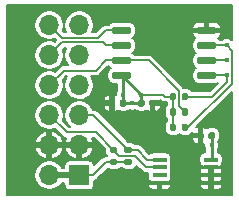
<source format=gbr>
G04 #@! TF.GenerationSoftware,KiCad,Pcbnew,5.1.9+dfsg1-1~bpo10+1*
G04 #@! TF.CreationDate,2022-11-27T17:15:41+01:00*
G04 #@! TF.ProjectId,FLASHTEMP,464c4153-4854-4454-9d50-2e6b69636164,rev?*
G04 #@! TF.SameCoordinates,Original*
G04 #@! TF.FileFunction,Copper,L1,Top*
G04 #@! TF.FilePolarity,Positive*
%FSLAX46Y46*%
G04 Gerber Fmt 4.6, Leading zero omitted, Abs format (unit mm)*
G04 Created by KiCad (PCBNEW 5.1.9+dfsg1-1~bpo10+1) date 2022-11-27 17:15:41*
%MOMM*%
%LPD*%
G01*
G04 APERTURE LIST*
G04 #@! TA.AperFunction,SMDPad,CuDef*
%ADD10R,1.150000X0.400000*%
G04 #@! TD*
G04 #@! TA.AperFunction,ComponentPad*
%ADD11R,1.700000X1.700000*%
G04 #@! TD*
G04 #@! TA.AperFunction,ComponentPad*
%ADD12O,1.700000X1.700000*%
G04 #@! TD*
G04 #@! TA.AperFunction,ViaPad*
%ADD13C,0.450000*%
G04 #@! TD*
G04 #@! TA.AperFunction,Conductor*
%ADD14C,0.152400*%
G04 #@! TD*
G04 #@! TA.AperFunction,Conductor*
%ADD15C,0.300000*%
G04 #@! TD*
G04 #@! TA.AperFunction,Conductor*
%ADD16C,0.200000*%
G04 #@! TD*
G04 #@! TA.AperFunction,Conductor*
%ADD17C,0.250000*%
G04 #@! TD*
G04 #@! TA.AperFunction,Conductor*
%ADD18C,0.500000*%
G04 #@! TD*
G04 #@! TA.AperFunction,Conductor*
%ADD19C,0.100000*%
G04 #@! TD*
G04 APERTURE END LIST*
G04 #@! TA.AperFunction,SMDPad,CuDef*
G36*
G01*
X105655000Y-47755000D02*
X105655000Y-48055000D01*
G75*
G02*
X105505000Y-48205000I-150000J0D01*
G01*
X104205000Y-48205000D01*
G75*
G02*
X104055000Y-48055000I0J150000D01*
G01*
X104055000Y-47755000D01*
G75*
G02*
X104205000Y-47605000I150000J0D01*
G01*
X105505000Y-47605000D01*
G75*
G02*
X105655000Y-47755000I0J-150000D01*
G01*
G37*
G04 #@! TD.AperFunction*
G04 #@! TA.AperFunction,SMDPad,CuDef*
G36*
G01*
X105655000Y-46485000D02*
X105655000Y-46785000D01*
G75*
G02*
X105505000Y-46935000I-150000J0D01*
G01*
X104205000Y-46935000D01*
G75*
G02*
X104055000Y-46785000I0J150000D01*
G01*
X104055000Y-46485000D01*
G75*
G02*
X104205000Y-46335000I150000J0D01*
G01*
X105505000Y-46335000D01*
G75*
G02*
X105655000Y-46485000I0J-150000D01*
G01*
G37*
G04 #@! TD.AperFunction*
G04 #@! TA.AperFunction,SMDPad,CuDef*
G36*
G01*
X105655000Y-45215000D02*
X105655000Y-45515000D01*
G75*
G02*
X105505000Y-45665000I-150000J0D01*
G01*
X104205000Y-45665000D01*
G75*
G02*
X104055000Y-45515000I0J150000D01*
G01*
X104055000Y-45215000D01*
G75*
G02*
X104205000Y-45065000I150000J0D01*
G01*
X105505000Y-45065000D01*
G75*
G02*
X105655000Y-45215000I0J-150000D01*
G01*
G37*
G04 #@! TD.AperFunction*
G04 #@! TA.AperFunction,SMDPad,CuDef*
G36*
G01*
X105655000Y-43945000D02*
X105655000Y-44245000D01*
G75*
G02*
X105505000Y-44395000I-150000J0D01*
G01*
X104205000Y-44395000D01*
G75*
G02*
X104055000Y-44245000I0J150000D01*
G01*
X104055000Y-43945000D01*
G75*
G02*
X104205000Y-43795000I150000J0D01*
G01*
X105505000Y-43795000D01*
G75*
G02*
X105655000Y-43945000I0J-150000D01*
G01*
G37*
G04 #@! TD.AperFunction*
G04 #@! TA.AperFunction,SMDPad,CuDef*
G36*
G01*
X112855000Y-43945000D02*
X112855000Y-44245000D01*
G75*
G02*
X112705000Y-44395000I-150000J0D01*
G01*
X111405000Y-44395000D01*
G75*
G02*
X111255000Y-44245000I0J150000D01*
G01*
X111255000Y-43945000D01*
G75*
G02*
X111405000Y-43795000I150000J0D01*
G01*
X112705000Y-43795000D01*
G75*
G02*
X112855000Y-43945000I0J-150000D01*
G01*
G37*
G04 #@! TD.AperFunction*
G04 #@! TA.AperFunction,SMDPad,CuDef*
G36*
G01*
X112855000Y-45215000D02*
X112855000Y-45515000D01*
G75*
G02*
X112705000Y-45665000I-150000J0D01*
G01*
X111405000Y-45665000D01*
G75*
G02*
X111255000Y-45515000I0J150000D01*
G01*
X111255000Y-45215000D01*
G75*
G02*
X111405000Y-45065000I150000J0D01*
G01*
X112705000Y-45065000D01*
G75*
G02*
X112855000Y-45215000I0J-150000D01*
G01*
G37*
G04 #@! TD.AperFunction*
G04 #@! TA.AperFunction,SMDPad,CuDef*
G36*
G01*
X112855000Y-46485000D02*
X112855000Y-46785000D01*
G75*
G02*
X112705000Y-46935000I-150000J0D01*
G01*
X111405000Y-46935000D01*
G75*
G02*
X111255000Y-46785000I0J150000D01*
G01*
X111255000Y-46485000D01*
G75*
G02*
X111405000Y-46335000I150000J0D01*
G01*
X112705000Y-46335000D01*
G75*
G02*
X112855000Y-46485000I0J-150000D01*
G01*
G37*
G04 #@! TD.AperFunction*
G04 #@! TA.AperFunction,SMDPad,CuDef*
G36*
G01*
X112855000Y-47755000D02*
X112855000Y-48055000D01*
G75*
G02*
X112705000Y-48205000I-150000J0D01*
G01*
X111405000Y-48205000D01*
G75*
G02*
X111255000Y-48055000I0J150000D01*
G01*
X111255000Y-47755000D01*
G75*
G02*
X111405000Y-47605000I150000J0D01*
G01*
X112705000Y-47605000D01*
G75*
G02*
X112855000Y-47755000I0J-150000D01*
G01*
G37*
G04 #@! TD.AperFunction*
G04 #@! TA.AperFunction,SMDPad,CuDef*
G36*
G01*
X109460000Y-50815000D02*
X109460000Y-51185000D01*
G75*
G02*
X109325000Y-51320000I-135000J0D01*
G01*
X109055000Y-51320000D01*
G75*
G02*
X108920000Y-51185000I0J135000D01*
G01*
X108920000Y-50815000D01*
G75*
G02*
X109055000Y-50680000I135000J0D01*
G01*
X109325000Y-50680000D01*
G75*
G02*
X109460000Y-50815000I0J-135000D01*
G01*
G37*
G04 #@! TD.AperFunction*
G04 #@! TA.AperFunction,SMDPad,CuDef*
G36*
G01*
X110480000Y-50815000D02*
X110480000Y-51185000D01*
G75*
G02*
X110345000Y-51320000I-135000J0D01*
G01*
X110075000Y-51320000D01*
G75*
G02*
X109940000Y-51185000I0J135000D01*
G01*
X109940000Y-50815000D01*
G75*
G02*
X110075000Y-50680000I135000J0D01*
G01*
X110345000Y-50680000D01*
G75*
G02*
X110480000Y-50815000I0J-135000D01*
G01*
G37*
G04 #@! TD.AperFunction*
G04 #@! TA.AperFunction,SMDPad,CuDef*
G36*
G01*
X109460000Y-52115000D02*
X109460000Y-52485000D01*
G75*
G02*
X109325000Y-52620000I-135000J0D01*
G01*
X109055000Y-52620000D01*
G75*
G02*
X108920000Y-52485000I0J135000D01*
G01*
X108920000Y-52115000D01*
G75*
G02*
X109055000Y-51980000I135000J0D01*
G01*
X109325000Y-51980000D01*
G75*
G02*
X109460000Y-52115000I0J-135000D01*
G01*
G37*
G04 #@! TD.AperFunction*
G04 #@! TA.AperFunction,SMDPad,CuDef*
G36*
G01*
X110480000Y-52115000D02*
X110480000Y-52485000D01*
G75*
G02*
X110345000Y-52620000I-135000J0D01*
G01*
X110075000Y-52620000D01*
G75*
G02*
X109940000Y-52485000I0J135000D01*
G01*
X109940000Y-52115000D01*
G75*
G02*
X110075000Y-51980000I135000J0D01*
G01*
X110345000Y-51980000D01*
G75*
G02*
X110480000Y-52115000I0J-135000D01*
G01*
G37*
G04 #@! TD.AperFunction*
G04 #@! TA.AperFunction,SMDPad,CuDef*
G36*
G01*
X109460000Y-49515000D02*
X109460000Y-49885000D01*
G75*
G02*
X109325000Y-50020000I-135000J0D01*
G01*
X109055000Y-50020000D01*
G75*
G02*
X108920000Y-49885000I0J135000D01*
G01*
X108920000Y-49515000D01*
G75*
G02*
X109055000Y-49380000I135000J0D01*
G01*
X109325000Y-49380000D01*
G75*
G02*
X109460000Y-49515000I0J-135000D01*
G01*
G37*
G04 #@! TD.AperFunction*
G04 #@! TA.AperFunction,SMDPad,CuDef*
G36*
G01*
X110480000Y-49515000D02*
X110480000Y-49885000D01*
G75*
G02*
X110345000Y-50020000I-135000J0D01*
G01*
X110075000Y-50020000D01*
G75*
G02*
X109940000Y-49885000I0J135000D01*
G01*
X109940000Y-49515000D01*
G75*
G02*
X110075000Y-49380000I135000J0D01*
G01*
X110345000Y-49380000D01*
G75*
G02*
X110480000Y-49515000I0J-135000D01*
G01*
G37*
G04 #@! TD.AperFunction*
D10*
X112425000Y-55025000D03*
X112425000Y-55675000D03*
X112425000Y-56325000D03*
X112425000Y-56975000D03*
X108075000Y-56975000D03*
X108075000Y-56325000D03*
X108075000Y-55675000D03*
X108075000Y-55025000D03*
G04 #@! TA.AperFunction,SMDPad,CuDef*
G36*
G01*
X107200000Y-50420000D02*
X107200000Y-50080000D01*
G75*
G02*
X107340000Y-49940000I140000J0D01*
G01*
X107620000Y-49940000D01*
G75*
G02*
X107760000Y-50080000I0J-140000D01*
G01*
X107760000Y-50420000D01*
G75*
G02*
X107620000Y-50560000I-140000J0D01*
G01*
X107340000Y-50560000D01*
G75*
G02*
X107200000Y-50420000I0J140000D01*
G01*
G37*
G04 #@! TD.AperFunction*
G04 #@! TA.AperFunction,SMDPad,CuDef*
G36*
G01*
X106240000Y-50420000D02*
X106240000Y-50080000D01*
G75*
G02*
X106380000Y-49940000I140000J0D01*
G01*
X106660000Y-49940000D01*
G75*
G02*
X106800000Y-50080000I0J-140000D01*
G01*
X106800000Y-50420000D01*
G75*
G02*
X106660000Y-50560000I-140000J0D01*
G01*
X106380000Y-50560000D01*
G75*
G02*
X106240000Y-50420000I0J140000D01*
G01*
G37*
G04 #@! TD.AperFunction*
G04 #@! TA.AperFunction,SMDPad,CuDef*
G36*
G01*
X104300000Y-50080000D02*
X104300000Y-50420000D01*
G75*
G02*
X104160000Y-50560000I-140000J0D01*
G01*
X103880000Y-50560000D01*
G75*
G02*
X103740000Y-50420000I0J140000D01*
G01*
X103740000Y-50080000D01*
G75*
G02*
X103880000Y-49940000I140000J0D01*
G01*
X104160000Y-49940000D01*
G75*
G02*
X104300000Y-50080000I0J-140000D01*
G01*
G37*
G04 #@! TD.AperFunction*
G04 #@! TA.AperFunction,SMDPad,CuDef*
G36*
G01*
X105260000Y-50080000D02*
X105260000Y-50420000D01*
G75*
G02*
X105120000Y-50560000I-140000J0D01*
G01*
X104840000Y-50560000D01*
G75*
G02*
X104700000Y-50420000I0J140000D01*
G01*
X104700000Y-50080000D01*
G75*
G02*
X104840000Y-49940000I140000J0D01*
G01*
X105120000Y-49940000D01*
G75*
G02*
X105260000Y-50080000I0J-140000D01*
G01*
G37*
G04 #@! TD.AperFunction*
G04 #@! TA.AperFunction,SMDPad,CuDef*
G36*
G01*
X103981000Y-54961000D02*
X104351000Y-54961000D01*
G75*
G02*
X104486000Y-55096000I0J-135000D01*
G01*
X104486000Y-55366000D01*
G75*
G02*
X104351000Y-55501000I-135000J0D01*
G01*
X103981000Y-55501000D01*
G75*
G02*
X103846000Y-55366000I0J135000D01*
G01*
X103846000Y-55096000D01*
G75*
G02*
X103981000Y-54961000I135000J0D01*
G01*
G37*
G04 #@! TD.AperFunction*
G04 #@! TA.AperFunction,SMDPad,CuDef*
G36*
G01*
X103981000Y-53941000D02*
X104351000Y-53941000D01*
G75*
G02*
X104486000Y-54076000I0J-135000D01*
G01*
X104486000Y-54346000D01*
G75*
G02*
X104351000Y-54481000I-135000J0D01*
G01*
X103981000Y-54481000D01*
G75*
G02*
X103846000Y-54346000I0J135000D01*
G01*
X103846000Y-54076000D01*
G75*
G02*
X103981000Y-53941000I135000J0D01*
G01*
G37*
G04 #@! TD.AperFunction*
G04 #@! TA.AperFunction,SMDPad,CuDef*
G36*
G01*
X105231000Y-54961000D02*
X105601000Y-54961000D01*
G75*
G02*
X105736000Y-55096000I0J-135000D01*
G01*
X105736000Y-55366000D01*
G75*
G02*
X105601000Y-55501000I-135000J0D01*
G01*
X105231000Y-55501000D01*
G75*
G02*
X105096000Y-55366000I0J135000D01*
G01*
X105096000Y-55096000D01*
G75*
G02*
X105231000Y-54961000I135000J0D01*
G01*
G37*
G04 #@! TD.AperFunction*
G04 #@! TA.AperFunction,SMDPad,CuDef*
G36*
G01*
X105231000Y-53941000D02*
X105601000Y-53941000D01*
G75*
G02*
X105736000Y-54076000I0J-135000D01*
G01*
X105736000Y-54346000D01*
G75*
G02*
X105601000Y-54481000I-135000J0D01*
G01*
X105231000Y-54481000D01*
G75*
G02*
X105096000Y-54346000I0J135000D01*
G01*
X105096000Y-54076000D01*
G75*
G02*
X105231000Y-53941000I135000J0D01*
G01*
G37*
G04 #@! TD.AperFunction*
G04 #@! TA.AperFunction,SMDPad,CuDef*
G36*
G01*
X111800000Y-52830000D02*
X111800000Y-53170000D01*
G75*
G02*
X111660000Y-53310000I-140000J0D01*
G01*
X111380000Y-53310000D01*
G75*
G02*
X111240000Y-53170000I0J140000D01*
G01*
X111240000Y-52830000D01*
G75*
G02*
X111380000Y-52690000I140000J0D01*
G01*
X111660000Y-52690000D01*
G75*
G02*
X111800000Y-52830000I0J-140000D01*
G01*
G37*
G04 #@! TD.AperFunction*
G04 #@! TA.AperFunction,SMDPad,CuDef*
G36*
G01*
X112760000Y-52830000D02*
X112760000Y-53170000D01*
G75*
G02*
X112620000Y-53310000I-140000J0D01*
G01*
X112340000Y-53310000D01*
G75*
G02*
X112200000Y-53170000I0J140000D01*
G01*
X112200000Y-52830000D01*
G75*
G02*
X112340000Y-52690000I140000J0D01*
G01*
X112620000Y-52690000D01*
G75*
G02*
X112760000Y-52830000I0J-140000D01*
G01*
G37*
G04 #@! TD.AperFunction*
D11*
X101270000Y-56350000D03*
D12*
X98730000Y-56350000D03*
X101270000Y-53810000D03*
X98730000Y-53810000D03*
X101270000Y-51270000D03*
X98730000Y-51270000D03*
X101270000Y-48730000D03*
X98730000Y-48730000D03*
X101270000Y-46190000D03*
X98730000Y-46190000D03*
X101270000Y-43650000D03*
X98730000Y-43650000D03*
D13*
X111275000Y-56975000D03*
X111520000Y-53820000D03*
X108075000Y-57725000D03*
X113750000Y-44095000D03*
X105750000Y-50250000D03*
X106520000Y-49520000D03*
X104980000Y-49520000D03*
X112480000Y-53820000D03*
X113750000Y-45365000D03*
X113750000Y-46635000D03*
X113750000Y-47905000D03*
D14*
X112425000Y-56975000D02*
X112425000Y-56325000D01*
X112425000Y-56325000D02*
X112425000Y-55675000D01*
X112425000Y-56975000D02*
X111275000Y-56975000D01*
D15*
X108075000Y-57725000D02*
X108075000Y-56975000D01*
X111520000Y-53820000D02*
X111520000Y-53000000D01*
D14*
X113750000Y-44095000D02*
X112055000Y-44095000D01*
D16*
X104166000Y-55231000D02*
X105416000Y-55231000D01*
D17*
X104980000Y-50250000D02*
X104980000Y-49520000D01*
X104980000Y-50250000D02*
X105750000Y-50250000D01*
D16*
X104166000Y-55231000D02*
X103519000Y-55231000D01*
X102400000Y-56350000D02*
X101270000Y-56350000D01*
X103519000Y-55231000D02*
X102400000Y-56350000D01*
D18*
X101270000Y-56350000D02*
X98730000Y-56350000D01*
D17*
X105750000Y-50250000D02*
X106520000Y-50250000D01*
D14*
X104980000Y-49520000D02*
X104980000Y-49520000D01*
D17*
X106520000Y-50250000D02*
X106520000Y-49520000D01*
D14*
X112480000Y-54970000D02*
X112425000Y-55025000D01*
D17*
X112480000Y-53000000D02*
X112480000Y-53820000D01*
X112480000Y-53820000D02*
X112480000Y-54970000D01*
X104980000Y-49520000D02*
X104980000Y-47905000D01*
D14*
X104980000Y-47980000D02*
X104980000Y-47905000D01*
D17*
X106520000Y-49520000D02*
X104980000Y-47980000D01*
D14*
X109190000Y-52300000D02*
X109190000Y-51000000D01*
X109190000Y-51000000D02*
X109190000Y-49700000D01*
X106520000Y-49520000D02*
X108320000Y-49520000D01*
X108500000Y-49700000D02*
X109190000Y-49700000D01*
X108320000Y-49520000D02*
X108500000Y-49700000D01*
X102475000Y-51270000D02*
X101270000Y-51270000D01*
X105416000Y-54211000D02*
X102475000Y-51270000D01*
X105416000Y-54211000D02*
X106211000Y-54211000D01*
X107025000Y-55025000D02*
X108075000Y-55025000D01*
X106211000Y-54211000D02*
X107025000Y-55025000D01*
X100191399Y-52731399D02*
X98730000Y-51270000D01*
X104166000Y-54211000D02*
X102686399Y-52731399D01*
X102686399Y-52731399D02*
X100191399Y-52731399D01*
X104664610Y-54709610D02*
X105959610Y-54709610D01*
X104166000Y-54211000D02*
X104664610Y-54709610D01*
X106925000Y-55675000D02*
X108075000Y-55675000D01*
X105959610Y-54709610D02*
X106925000Y-55675000D01*
X104855000Y-46635000D02*
X103535000Y-46635000D01*
X103535000Y-46635000D02*
X102670000Y-47500000D01*
X99960000Y-47500000D02*
X98730000Y-48730000D01*
X102670000Y-47500000D02*
X99960000Y-47500000D01*
X109688610Y-50478610D02*
X109688610Y-49188610D01*
X110210000Y-51000000D02*
X109688610Y-50478610D01*
X107135000Y-46635000D02*
X104855000Y-46635000D01*
X109688610Y-49188610D02*
X107135000Y-46635000D01*
X104855000Y-45365000D02*
X103535000Y-45365000D01*
X99808601Y-45111399D02*
X98730000Y-46190000D01*
X103535000Y-45365000D02*
X103281399Y-45111399D01*
X103281399Y-45111399D02*
X99808601Y-45111399D01*
X104855000Y-44095000D02*
X103505000Y-44095000D01*
X99808601Y-44728601D02*
X98730000Y-43650000D01*
X103505000Y-44095000D02*
X102871399Y-44728601D01*
X102871399Y-44728601D02*
X99808601Y-44728601D01*
X113750000Y-45365000D02*
X112055000Y-45365000D01*
X114203601Y-45818601D02*
X113750000Y-45365000D01*
X114203601Y-48596399D02*
X114203601Y-45818601D01*
X110210000Y-52300000D02*
X110500000Y-52300000D01*
X110500000Y-52300000D02*
X114203601Y-48596399D01*
X113750000Y-46635000D02*
X112055000Y-46635000D01*
X113750000Y-47905000D02*
X112055000Y-47905000D01*
X110210000Y-49700000D02*
X112500000Y-49700000D01*
X113750000Y-48450000D02*
X113750000Y-47905000D01*
X112500000Y-49700000D02*
X113750000Y-48450000D01*
D16*
X114191000Y-44922117D02*
X114148414Y-44879531D01*
X114046048Y-44811132D01*
X113932306Y-44764019D01*
X113811557Y-44740000D01*
X113688443Y-44740000D01*
X113567694Y-44764019D01*
X113453952Y-44811132D01*
X113351586Y-44879531D01*
X113342317Y-44888800D01*
X113147864Y-44888800D01*
X113095277Y-44824723D01*
X113018093Y-44761380D01*
X113078303Y-44729197D01*
X113139211Y-44679211D01*
X113189197Y-44618303D01*
X113226340Y-44548814D01*
X113249212Y-44473414D01*
X113256935Y-44395000D01*
X113255000Y-44345000D01*
X113155000Y-44245000D01*
X112205000Y-44245000D01*
X112205000Y-44265000D01*
X111905000Y-44265000D01*
X111905000Y-44245000D01*
X110955000Y-44245000D01*
X110855000Y-44345000D01*
X110853065Y-44395000D01*
X110860788Y-44473414D01*
X110883660Y-44548814D01*
X110920803Y-44618303D01*
X110970789Y-44679211D01*
X111031697Y-44729197D01*
X111091907Y-44761380D01*
X111014723Y-44824723D01*
X110946083Y-44908361D01*
X110895079Y-45003784D01*
X110863670Y-45107323D01*
X110853065Y-45215000D01*
X110853065Y-45515000D01*
X110863670Y-45622677D01*
X110895079Y-45726216D01*
X110946083Y-45821639D01*
X111014723Y-45905277D01*
X111098361Y-45973917D01*
X111147159Y-46000000D01*
X111098361Y-46026083D01*
X111014723Y-46094723D01*
X110946083Y-46178361D01*
X110895079Y-46273784D01*
X110863670Y-46377323D01*
X110853065Y-46485000D01*
X110853065Y-46785000D01*
X110863670Y-46892677D01*
X110895079Y-46996216D01*
X110946083Y-47091639D01*
X111014723Y-47175277D01*
X111098361Y-47243917D01*
X111147159Y-47270000D01*
X111098361Y-47296083D01*
X111014723Y-47364723D01*
X110946083Y-47448361D01*
X110895079Y-47543784D01*
X110863670Y-47647323D01*
X110853065Y-47755000D01*
X110853065Y-48055000D01*
X110863670Y-48162677D01*
X110895079Y-48266216D01*
X110946083Y-48361639D01*
X111014723Y-48445277D01*
X111098361Y-48513917D01*
X111193784Y-48564921D01*
X111297323Y-48596330D01*
X111405000Y-48606935D01*
X112705000Y-48606935D01*
X112812677Y-48596330D01*
X112916216Y-48564921D01*
X113011639Y-48513917D01*
X113017190Y-48509362D01*
X112302752Y-49223800D01*
X110795243Y-49223800D01*
X110791445Y-49216695D01*
X110724670Y-49135330D01*
X110643305Y-49068555D01*
X110550476Y-49018937D01*
X110449751Y-48988382D01*
X110345000Y-48978065D01*
X110116029Y-48978065D01*
X110086472Y-48922767D01*
X110063684Y-48895000D01*
X110041876Y-48868427D01*
X110041871Y-48868422D01*
X110026963Y-48850257D01*
X110008798Y-48835349D01*
X107488266Y-46314818D01*
X107473353Y-46296647D01*
X107400843Y-46237138D01*
X107318116Y-46192920D01*
X107228351Y-46165690D01*
X107158394Y-46158800D01*
X107158386Y-46158800D01*
X107135000Y-46156497D01*
X107111614Y-46158800D01*
X105947864Y-46158800D01*
X105895277Y-46094723D01*
X105811639Y-46026083D01*
X105762841Y-46000000D01*
X105811639Y-45973917D01*
X105895277Y-45905277D01*
X105963917Y-45821639D01*
X106014921Y-45726216D01*
X106046330Y-45622677D01*
X106056935Y-45515000D01*
X106056935Y-45215000D01*
X106046330Y-45107323D01*
X106014921Y-45003784D01*
X105963917Y-44908361D01*
X105895277Y-44824723D01*
X105811639Y-44756083D01*
X105762841Y-44730000D01*
X105811639Y-44703917D01*
X105895277Y-44635277D01*
X105963917Y-44551639D01*
X106014921Y-44456216D01*
X106046330Y-44352677D01*
X106056935Y-44245000D01*
X106056935Y-43945000D01*
X106046330Y-43837323D01*
X106033492Y-43795000D01*
X110853065Y-43795000D01*
X110855000Y-43845000D01*
X110955000Y-43945000D01*
X111905000Y-43945000D01*
X111905000Y-43495000D01*
X112205000Y-43495000D01*
X112205000Y-43945000D01*
X113155000Y-43945000D01*
X113255000Y-43845000D01*
X113256935Y-43795000D01*
X113249212Y-43716586D01*
X113226340Y-43641186D01*
X113189197Y-43571697D01*
X113139211Y-43510789D01*
X113078303Y-43460803D01*
X113008814Y-43423660D01*
X112933414Y-43400788D01*
X112855000Y-43393065D01*
X112305000Y-43395000D01*
X112205000Y-43495000D01*
X111905000Y-43495000D01*
X111805000Y-43395000D01*
X111255000Y-43393065D01*
X111176586Y-43400788D01*
X111101186Y-43423660D01*
X111031697Y-43460803D01*
X110970789Y-43510789D01*
X110920803Y-43571697D01*
X110883660Y-43641186D01*
X110860788Y-43716586D01*
X110853065Y-43795000D01*
X106033492Y-43795000D01*
X106014921Y-43733784D01*
X105963917Y-43638361D01*
X105895277Y-43554723D01*
X105811639Y-43486083D01*
X105716216Y-43435079D01*
X105612677Y-43403670D01*
X105505000Y-43393065D01*
X104205000Y-43393065D01*
X104097323Y-43403670D01*
X103993784Y-43435079D01*
X103898361Y-43486083D01*
X103814723Y-43554723D01*
X103762136Y-43618800D01*
X103528385Y-43618800D01*
X103504999Y-43616497D01*
X103481613Y-43618800D01*
X103481606Y-43618800D01*
X103420376Y-43624830D01*
X103411648Y-43625690D01*
X103331510Y-43650000D01*
X103321884Y-43652920D01*
X103239157Y-43697138D01*
X103239155Y-43697139D01*
X103239156Y-43697139D01*
X103184817Y-43741734D01*
X103184812Y-43741739D01*
X103166647Y-43756647D01*
X103151739Y-43774812D01*
X102674151Y-44252401D01*
X102370850Y-44252401D01*
X102377735Y-44242097D01*
X102471963Y-44014611D01*
X102520000Y-43773114D01*
X102520000Y-43526886D01*
X102471963Y-43285389D01*
X102377735Y-43057903D01*
X102240938Y-42853172D01*
X102066828Y-42679062D01*
X101862097Y-42542265D01*
X101634611Y-42448037D01*
X101393114Y-42400000D01*
X101146886Y-42400000D01*
X100905389Y-42448037D01*
X100677903Y-42542265D01*
X100473172Y-42679062D01*
X100299062Y-42853172D01*
X100162265Y-43057903D01*
X100068037Y-43285389D01*
X100020000Y-43526886D01*
X100020000Y-43773114D01*
X100068037Y-44014611D01*
X100162265Y-44242097D01*
X100169150Y-44252401D01*
X100005850Y-44252401D01*
X99883957Y-44130508D01*
X99931963Y-44014611D01*
X99980000Y-43773114D01*
X99980000Y-43526886D01*
X99931963Y-43285389D01*
X99837735Y-43057903D01*
X99700938Y-42853172D01*
X99526828Y-42679062D01*
X99322097Y-42542265D01*
X99094611Y-42448037D01*
X98853114Y-42400000D01*
X98606886Y-42400000D01*
X98365389Y-42448037D01*
X98137903Y-42542265D01*
X97933172Y-42679062D01*
X97759062Y-42853172D01*
X97622265Y-43057903D01*
X97528037Y-43285389D01*
X97480000Y-43526886D01*
X97480000Y-43773114D01*
X97528037Y-44014611D01*
X97622265Y-44242097D01*
X97759062Y-44446828D01*
X97933172Y-44620938D01*
X98137903Y-44757735D01*
X98365389Y-44851963D01*
X98606886Y-44900000D01*
X98853114Y-44900000D01*
X99094611Y-44851963D01*
X99210508Y-44803957D01*
X99326551Y-44920000D01*
X99210508Y-45036043D01*
X99094611Y-44988037D01*
X98853114Y-44940000D01*
X98606886Y-44940000D01*
X98365389Y-44988037D01*
X98137903Y-45082265D01*
X97933172Y-45219062D01*
X97759062Y-45393172D01*
X97622265Y-45597903D01*
X97528037Y-45825389D01*
X97480000Y-46066886D01*
X97480000Y-46313114D01*
X97528037Y-46554611D01*
X97622265Y-46782097D01*
X97759062Y-46986828D01*
X97933172Y-47160938D01*
X98137903Y-47297735D01*
X98365389Y-47391963D01*
X98606886Y-47440000D01*
X98853114Y-47440000D01*
X99094611Y-47391963D01*
X99322097Y-47297735D01*
X99526828Y-47160938D01*
X99700938Y-46986828D01*
X99837735Y-46782097D01*
X99931963Y-46554611D01*
X99980000Y-46313114D01*
X99980000Y-46066886D01*
X99931963Y-45825389D01*
X99883957Y-45709492D01*
X100005850Y-45587599D01*
X100169150Y-45587599D01*
X100162265Y-45597903D01*
X100068037Y-45825389D01*
X100020000Y-46066886D01*
X100020000Y-46313114D01*
X100068037Y-46554611D01*
X100162265Y-46782097D01*
X100299062Y-46986828D01*
X100336034Y-47023800D01*
X99983386Y-47023800D01*
X99960000Y-47021497D01*
X99936614Y-47023800D01*
X99936606Y-47023800D01*
X99874630Y-47029904D01*
X99866648Y-47030690D01*
X99776884Y-47057920D01*
X99694157Y-47102138D01*
X99621647Y-47161647D01*
X99606734Y-47179818D01*
X99210509Y-47576043D01*
X99094611Y-47528037D01*
X98853114Y-47480000D01*
X98606886Y-47480000D01*
X98365389Y-47528037D01*
X98137903Y-47622265D01*
X97933172Y-47759062D01*
X97759062Y-47933172D01*
X97622265Y-48137903D01*
X97528037Y-48365389D01*
X97480000Y-48606886D01*
X97480000Y-48853114D01*
X97528037Y-49094611D01*
X97622265Y-49322097D01*
X97759062Y-49526828D01*
X97933172Y-49700938D01*
X98137903Y-49837735D01*
X98365389Y-49931963D01*
X98606886Y-49980000D01*
X98853114Y-49980000D01*
X99094611Y-49931963D01*
X99322097Y-49837735D01*
X99526828Y-49700938D01*
X99700938Y-49526828D01*
X99837735Y-49322097D01*
X99931963Y-49094611D01*
X99980000Y-48853114D01*
X99980000Y-48606886D01*
X99931963Y-48365389D01*
X99883957Y-48249491D01*
X100157248Y-47976200D01*
X100270312Y-47976200D01*
X100162265Y-48137903D01*
X100068037Y-48365389D01*
X100020000Y-48606886D01*
X100020000Y-48853114D01*
X100068037Y-49094611D01*
X100162265Y-49322097D01*
X100299062Y-49526828D01*
X100473172Y-49700938D01*
X100677903Y-49837735D01*
X100905389Y-49931963D01*
X101146886Y-49980000D01*
X101393114Y-49980000D01*
X101594206Y-49940000D01*
X103338065Y-49940000D01*
X103340000Y-50000000D01*
X103440000Y-50100000D01*
X103870000Y-50100000D01*
X103870000Y-49640000D01*
X103770000Y-49540000D01*
X103740000Y-49538065D01*
X103661586Y-49545788D01*
X103586186Y-49568660D01*
X103516697Y-49605803D01*
X103455789Y-49655789D01*
X103405803Y-49716697D01*
X103368660Y-49786186D01*
X103345788Y-49861586D01*
X103338065Y-49940000D01*
X101594206Y-49940000D01*
X101634611Y-49931963D01*
X101862097Y-49837735D01*
X102066828Y-49700938D01*
X102240938Y-49526828D01*
X102377735Y-49322097D01*
X102471963Y-49094611D01*
X102520000Y-48853114D01*
X102520000Y-48606886D01*
X102471963Y-48365389D01*
X102377735Y-48137903D01*
X102269688Y-47976200D01*
X102646614Y-47976200D01*
X102670000Y-47978503D01*
X102693386Y-47976200D01*
X102693394Y-47976200D01*
X102763351Y-47969310D01*
X102853116Y-47942080D01*
X102935843Y-47897862D01*
X103008353Y-47838353D01*
X103023266Y-47820182D01*
X103732249Y-47111200D01*
X103762136Y-47111200D01*
X103814723Y-47175277D01*
X103898361Y-47243917D01*
X103947159Y-47270000D01*
X103898361Y-47296083D01*
X103814723Y-47364723D01*
X103746083Y-47448361D01*
X103695079Y-47543784D01*
X103663670Y-47647323D01*
X103653065Y-47755000D01*
X103653065Y-48055000D01*
X103663670Y-48162677D01*
X103695079Y-48266216D01*
X103746083Y-48361639D01*
X103814723Y-48445277D01*
X103898361Y-48513917D01*
X103993784Y-48564921D01*
X104097323Y-48596330D01*
X104205000Y-48606935D01*
X104455001Y-48606935D01*
X104455000Y-49180748D01*
X104426132Y-49223952D01*
X104379019Y-49337694D01*
X104355000Y-49458443D01*
X104355000Y-49543482D01*
X104300000Y-49538065D01*
X104270000Y-49540000D01*
X104170000Y-49640000D01*
X104170000Y-50100000D01*
X104190000Y-50100000D01*
X104190000Y-50400000D01*
X104170000Y-50400000D01*
X104170000Y-50860000D01*
X104270000Y-50960000D01*
X104300000Y-50961935D01*
X104378414Y-50954212D01*
X104453814Y-50931340D01*
X104523303Y-50894197D01*
X104546872Y-50874854D01*
X104632610Y-50920683D01*
X104734274Y-50951522D01*
X104840000Y-50961935D01*
X105120000Y-50961935D01*
X105225726Y-50951522D01*
X105327390Y-50920683D01*
X105421083Y-50870602D01*
X105486149Y-50817204D01*
X105567694Y-50850981D01*
X105688443Y-50875000D01*
X105811557Y-50875000D01*
X105932306Y-50850981D01*
X106013851Y-50817204D01*
X106078917Y-50870602D01*
X106172610Y-50920683D01*
X106274274Y-50951522D01*
X106380000Y-50961935D01*
X106660000Y-50961935D01*
X106765726Y-50951522D01*
X106867390Y-50920683D01*
X106953128Y-50874854D01*
X106976697Y-50894197D01*
X107046186Y-50931340D01*
X107121586Y-50954212D01*
X107200000Y-50961935D01*
X107230000Y-50960000D01*
X107330000Y-50860000D01*
X107330000Y-50400000D01*
X107630000Y-50400000D01*
X107630000Y-50860000D01*
X107730000Y-50960000D01*
X107760000Y-50961935D01*
X107838414Y-50954212D01*
X107913814Y-50931340D01*
X107983303Y-50894197D01*
X108044211Y-50844211D01*
X108094197Y-50783303D01*
X108131340Y-50713814D01*
X108154212Y-50638414D01*
X108161935Y-50560000D01*
X108160000Y-50500000D01*
X108060000Y-50400000D01*
X107630000Y-50400000D01*
X107330000Y-50400000D01*
X107310000Y-50400000D01*
X107310000Y-50100000D01*
X107330000Y-50100000D01*
X107330000Y-50080000D01*
X107630000Y-50080000D01*
X107630000Y-50100000D01*
X108060000Y-50100000D01*
X108143276Y-50016724D01*
X108146730Y-50020178D01*
X108161647Y-50038353D01*
X108234157Y-50097862D01*
X108316884Y-50142080D01*
X108406649Y-50169310D01*
X108476606Y-50176200D01*
X108476616Y-50176200D01*
X108499999Y-50178503D01*
X108523383Y-50176200D01*
X108604757Y-50176200D01*
X108608555Y-50183305D01*
X108675330Y-50264670D01*
X108713801Y-50296242D01*
X108713800Y-50403758D01*
X108675330Y-50435330D01*
X108608555Y-50516695D01*
X108558937Y-50609524D01*
X108528382Y-50710249D01*
X108518065Y-50815000D01*
X108518065Y-51185000D01*
X108528382Y-51289751D01*
X108558937Y-51390476D01*
X108608555Y-51483305D01*
X108675330Y-51564670D01*
X108713801Y-51596242D01*
X108713800Y-51703758D01*
X108675330Y-51735330D01*
X108608555Y-51816695D01*
X108558937Y-51909524D01*
X108528382Y-52010249D01*
X108518065Y-52115000D01*
X108518065Y-52485000D01*
X108528382Y-52589751D01*
X108558937Y-52690476D01*
X108608555Y-52783305D01*
X108675330Y-52864670D01*
X108756695Y-52931445D01*
X108849524Y-52981063D01*
X108950249Y-53011618D01*
X109055000Y-53021935D01*
X109325000Y-53021935D01*
X109429751Y-53011618D01*
X109530476Y-52981063D01*
X109623305Y-52931445D01*
X109700000Y-52868503D01*
X109776695Y-52931445D01*
X109869524Y-52981063D01*
X109970249Y-53011618D01*
X110075000Y-53021935D01*
X110345000Y-53021935D01*
X110449751Y-53011618D01*
X110550476Y-52981063D01*
X110643305Y-52931445D01*
X110724670Y-52864670D01*
X110791445Y-52783305D01*
X110838250Y-52695739D01*
X110840000Y-52750000D01*
X110940000Y-52850000D01*
X111370000Y-52850000D01*
X111370000Y-52390000D01*
X111270000Y-52290000D01*
X111240000Y-52288065D01*
X111179416Y-52294032D01*
X114191000Y-49282448D01*
X114191001Y-58025000D01*
X95141000Y-58025000D01*
X95141000Y-54152283D01*
X97527777Y-54152283D01*
X97540220Y-54193325D01*
X97637864Y-54418074D01*
X97777478Y-54619455D01*
X97953697Y-54789729D01*
X98159749Y-54922353D01*
X98387716Y-55012230D01*
X98580000Y-54950974D01*
X98580000Y-53960000D01*
X98880000Y-53960000D01*
X98880000Y-54950974D01*
X99072284Y-55012230D01*
X99300251Y-54922353D01*
X99506303Y-54789729D01*
X99682522Y-54619455D01*
X99822136Y-54418074D01*
X99919780Y-54193325D01*
X99932223Y-54152283D01*
X100067777Y-54152283D01*
X100080220Y-54193325D01*
X100177864Y-54418074D01*
X100317478Y-54619455D01*
X100493697Y-54789729D01*
X100699749Y-54922353D01*
X100927716Y-55012230D01*
X101120000Y-54950974D01*
X101120000Y-53960000D01*
X101420000Y-53960000D01*
X101420000Y-54950974D01*
X101612284Y-55012230D01*
X101840251Y-54922353D01*
X102046303Y-54789729D01*
X102222522Y-54619455D01*
X102362136Y-54418074D01*
X102459780Y-54193325D01*
X102472223Y-54152283D01*
X102410175Y-53960000D01*
X101420000Y-53960000D01*
X101120000Y-53960000D01*
X100129825Y-53960000D01*
X100067777Y-54152283D01*
X99932223Y-54152283D01*
X99870175Y-53960000D01*
X98880000Y-53960000D01*
X98580000Y-53960000D01*
X97589825Y-53960000D01*
X97527777Y-54152283D01*
X95141000Y-54152283D01*
X95141000Y-53467717D01*
X97527777Y-53467717D01*
X97589825Y-53660000D01*
X98580000Y-53660000D01*
X98580000Y-52669026D01*
X98880000Y-52669026D01*
X98880000Y-53660000D01*
X99870175Y-53660000D01*
X99932223Y-53467717D01*
X99919780Y-53426675D01*
X99822136Y-53201926D01*
X99682522Y-53000545D01*
X99506303Y-52830271D01*
X99300251Y-52697647D01*
X99072284Y-52607770D01*
X98880000Y-52669026D01*
X98580000Y-52669026D01*
X98387716Y-52607770D01*
X98159749Y-52697647D01*
X97953697Y-52830271D01*
X97777478Y-53000545D01*
X97637864Y-53201926D01*
X97540220Y-53426675D01*
X97527777Y-53467717D01*
X95141000Y-53467717D01*
X95141000Y-51146886D01*
X97480000Y-51146886D01*
X97480000Y-51393114D01*
X97528037Y-51634611D01*
X97622265Y-51862097D01*
X97759062Y-52066828D01*
X97933172Y-52240938D01*
X98137903Y-52377735D01*
X98365389Y-52471963D01*
X98606886Y-52520000D01*
X98853114Y-52520000D01*
X99094611Y-52471963D01*
X99210508Y-52423957D01*
X99838138Y-53051587D01*
X99853046Y-53069752D01*
X99871211Y-53084660D01*
X99871216Y-53084665D01*
X99916272Y-53121641D01*
X99925556Y-53129261D01*
X100001774Y-53170000D01*
X100008283Y-53173479D01*
X100098047Y-53200709D01*
X100106775Y-53201569D01*
X100168005Y-53207599D01*
X100168012Y-53207599D01*
X100175096Y-53208297D01*
X100080220Y-53426675D01*
X100067777Y-53467717D01*
X100129825Y-53660000D01*
X101120000Y-53660000D01*
X101120000Y-53640000D01*
X101420000Y-53640000D01*
X101420000Y-53660000D01*
X102410175Y-53660000D01*
X102472223Y-53467717D01*
X102459780Y-53426675D01*
X102364601Y-53207599D01*
X102489151Y-53207599D01*
X103444065Y-54162514D01*
X103444065Y-54346000D01*
X103454382Y-54450751D01*
X103484937Y-54551476D01*
X103534555Y-54644305D01*
X103597497Y-54721000D01*
X103589291Y-54731000D01*
X103543560Y-54731000D01*
X103519000Y-54728581D01*
X103420982Y-54738235D01*
X103393453Y-54746586D01*
X103326733Y-54766825D01*
X103239871Y-54813254D01*
X103163736Y-54875736D01*
X103148075Y-54894819D01*
X102521935Y-55520960D01*
X102521935Y-55500000D01*
X102514212Y-55421586D01*
X102491340Y-55346186D01*
X102454197Y-55276697D01*
X102404211Y-55215789D01*
X102343303Y-55165803D01*
X102273814Y-55128660D01*
X102198414Y-55105788D01*
X102120000Y-55098065D01*
X100420000Y-55098065D01*
X100341586Y-55105788D01*
X100266186Y-55128660D01*
X100196697Y-55165803D01*
X100135789Y-55215789D01*
X100085803Y-55276697D01*
X100048660Y-55346186D01*
X100025788Y-55421586D01*
X100018065Y-55500000D01*
X100018065Y-55700000D01*
X99799045Y-55700000D01*
X99700938Y-55553172D01*
X99526828Y-55379062D01*
X99322097Y-55242265D01*
X99094611Y-55148037D01*
X98853114Y-55100000D01*
X98606886Y-55100000D01*
X98365389Y-55148037D01*
X98137903Y-55242265D01*
X97933172Y-55379062D01*
X97759062Y-55553172D01*
X97622265Y-55757903D01*
X97528037Y-55985389D01*
X97480000Y-56226886D01*
X97480000Y-56473114D01*
X97528037Y-56714611D01*
X97622265Y-56942097D01*
X97759062Y-57146828D01*
X97933172Y-57320938D01*
X98137903Y-57457735D01*
X98365389Y-57551963D01*
X98606886Y-57600000D01*
X98853114Y-57600000D01*
X99094611Y-57551963D01*
X99322097Y-57457735D01*
X99526828Y-57320938D01*
X99700938Y-57146828D01*
X99799045Y-57000000D01*
X100018065Y-57000000D01*
X100018065Y-57200000D01*
X100025788Y-57278414D01*
X100048660Y-57353814D01*
X100085803Y-57423303D01*
X100135789Y-57484211D01*
X100196697Y-57534197D01*
X100266186Y-57571340D01*
X100341586Y-57594212D01*
X100420000Y-57601935D01*
X102120000Y-57601935D01*
X102198414Y-57594212D01*
X102273814Y-57571340D01*
X102343303Y-57534197D01*
X102404211Y-57484211D01*
X102454197Y-57423303D01*
X102491340Y-57353814D01*
X102514212Y-57278414D01*
X102521935Y-57200000D01*
X102521935Y-57175000D01*
X107098065Y-57175000D01*
X107105788Y-57253414D01*
X107128660Y-57328814D01*
X107165803Y-57398303D01*
X107215789Y-57459211D01*
X107276697Y-57509197D01*
X107346186Y-57546340D01*
X107421586Y-57569212D01*
X107500000Y-57576935D01*
X107825000Y-57575000D01*
X107925000Y-57475000D01*
X107925000Y-57075000D01*
X108225000Y-57075000D01*
X108225000Y-57475000D01*
X108325000Y-57575000D01*
X108650000Y-57576935D01*
X108728414Y-57569212D01*
X108803814Y-57546340D01*
X108873303Y-57509197D01*
X108934211Y-57459211D01*
X108984197Y-57398303D01*
X109021340Y-57328814D01*
X109044212Y-57253414D01*
X109051935Y-57175000D01*
X111448065Y-57175000D01*
X111455788Y-57253414D01*
X111478660Y-57328814D01*
X111515803Y-57398303D01*
X111565789Y-57459211D01*
X111626697Y-57509197D01*
X111696186Y-57546340D01*
X111771586Y-57569212D01*
X111850000Y-57576935D01*
X112175000Y-57575000D01*
X112275000Y-57475000D01*
X112275000Y-57075000D01*
X112575000Y-57075000D01*
X112575000Y-57475000D01*
X112675000Y-57575000D01*
X113000000Y-57576935D01*
X113078414Y-57569212D01*
X113153814Y-57546340D01*
X113223303Y-57509197D01*
X113284211Y-57459211D01*
X113334197Y-57398303D01*
X113371340Y-57328814D01*
X113394212Y-57253414D01*
X113401935Y-57175000D01*
X113400000Y-57175000D01*
X113300000Y-57075000D01*
X112575000Y-57075000D01*
X112275000Y-57075000D01*
X111550000Y-57075000D01*
X111450000Y-57175000D01*
X111448065Y-57175000D01*
X109051935Y-57175000D01*
X109050000Y-57175000D01*
X108950000Y-57075000D01*
X108225000Y-57075000D01*
X107925000Y-57075000D01*
X107200000Y-57075000D01*
X107100000Y-57175000D01*
X107098065Y-57175000D01*
X102521935Y-57175000D01*
X102521935Y-56835510D01*
X102592267Y-56814175D01*
X102679129Y-56767746D01*
X102755264Y-56705264D01*
X102770929Y-56686176D01*
X103661805Y-55795301D01*
X103682695Y-55812445D01*
X103775524Y-55862063D01*
X103876249Y-55892618D01*
X103981000Y-55902935D01*
X104351000Y-55902935D01*
X104455751Y-55892618D01*
X104556476Y-55862063D01*
X104649305Y-55812445D01*
X104730670Y-55745670D01*
X104742709Y-55731000D01*
X104839291Y-55731000D01*
X104851330Y-55745670D01*
X104932695Y-55812445D01*
X105025524Y-55862063D01*
X105126249Y-55892618D01*
X105231000Y-55902935D01*
X105601000Y-55902935D01*
X105705751Y-55892618D01*
X105806476Y-55862063D01*
X105899305Y-55812445D01*
X105980670Y-55745670D01*
X106047445Y-55664305D01*
X106097063Y-55571476D01*
X106108925Y-55532373D01*
X106571734Y-55995182D01*
X106586647Y-56013353D01*
X106659157Y-56072862D01*
X106741884Y-56117080D01*
X106767993Y-56125000D01*
X106831648Y-56144310D01*
X106839630Y-56145096D01*
X106901606Y-56151200D01*
X106901614Y-56151200D01*
X106925000Y-56153503D01*
X106948386Y-56151200D01*
X107098065Y-56151200D01*
X107098065Y-56525000D01*
X107105788Y-56603414D01*
X107119919Y-56650000D01*
X107105788Y-56696586D01*
X107098065Y-56775000D01*
X107100000Y-56775000D01*
X107200000Y-56875000D01*
X107306262Y-56875000D01*
X107346186Y-56896340D01*
X107421586Y-56919212D01*
X107500000Y-56926935D01*
X108650000Y-56926935D01*
X108728414Y-56919212D01*
X108803814Y-56896340D01*
X108843738Y-56875000D01*
X108950000Y-56875000D01*
X109050000Y-56775000D01*
X109051935Y-56775000D01*
X109044212Y-56696586D01*
X109030081Y-56650000D01*
X109044212Y-56603414D01*
X109051935Y-56525000D01*
X111448065Y-56525000D01*
X111455788Y-56603414D01*
X111469919Y-56650000D01*
X111455788Y-56696586D01*
X111448065Y-56775000D01*
X111450000Y-56775000D01*
X111550000Y-56875000D01*
X111656262Y-56875000D01*
X111696186Y-56896340D01*
X111771586Y-56919212D01*
X111850000Y-56926935D01*
X112175000Y-56925000D01*
X112225000Y-56875000D01*
X112275000Y-56875000D01*
X112275000Y-56425000D01*
X112575000Y-56425000D01*
X112575000Y-56875000D01*
X112625000Y-56875000D01*
X112675000Y-56925000D01*
X113000000Y-56926935D01*
X113078414Y-56919212D01*
X113153814Y-56896340D01*
X113193738Y-56875000D01*
X113300000Y-56875000D01*
X113400000Y-56775000D01*
X113401935Y-56775000D01*
X113394212Y-56696586D01*
X113380081Y-56650000D01*
X113394212Y-56603414D01*
X113401935Y-56525000D01*
X113400000Y-56525000D01*
X113300000Y-56425000D01*
X113193738Y-56425000D01*
X113153814Y-56403660D01*
X113078414Y-56380788D01*
X113000000Y-56373065D01*
X112675000Y-56375000D01*
X112625000Y-56425000D01*
X112575000Y-56425000D01*
X112275000Y-56425000D01*
X112225000Y-56425000D01*
X112175000Y-56375000D01*
X111850000Y-56373065D01*
X111771586Y-56380788D01*
X111696186Y-56403660D01*
X111656262Y-56425000D01*
X111550000Y-56425000D01*
X111450000Y-56525000D01*
X111448065Y-56525000D01*
X109051935Y-56525000D01*
X109051935Y-56125000D01*
X109044212Y-56046586D01*
X109030081Y-56000000D01*
X109044212Y-55953414D01*
X109051935Y-55875000D01*
X111448065Y-55875000D01*
X111455788Y-55953414D01*
X111469919Y-56000000D01*
X111455788Y-56046586D01*
X111448065Y-56125000D01*
X111450000Y-56125000D01*
X111550000Y-56225000D01*
X111656262Y-56225000D01*
X111696186Y-56246340D01*
X111771586Y-56269212D01*
X111850000Y-56276935D01*
X112175000Y-56275000D01*
X112225000Y-56225000D01*
X112275000Y-56225000D01*
X112275000Y-55775000D01*
X112575000Y-55775000D01*
X112575000Y-56225000D01*
X112625000Y-56225000D01*
X112675000Y-56275000D01*
X113000000Y-56276935D01*
X113078414Y-56269212D01*
X113153814Y-56246340D01*
X113193738Y-56225000D01*
X113300000Y-56225000D01*
X113400000Y-56125000D01*
X113401935Y-56125000D01*
X113394212Y-56046586D01*
X113380081Y-56000000D01*
X113394212Y-55953414D01*
X113401935Y-55875000D01*
X113400000Y-55875000D01*
X113300000Y-55775000D01*
X113193738Y-55775000D01*
X113153814Y-55753660D01*
X113078414Y-55730788D01*
X113000000Y-55723065D01*
X112675000Y-55725000D01*
X112625000Y-55775000D01*
X112575000Y-55775000D01*
X112275000Y-55775000D01*
X112225000Y-55775000D01*
X112175000Y-55725000D01*
X111850000Y-55723065D01*
X111771586Y-55730788D01*
X111696186Y-55753660D01*
X111656262Y-55775000D01*
X111550000Y-55775000D01*
X111450000Y-55875000D01*
X111448065Y-55875000D01*
X109051935Y-55875000D01*
X109051935Y-55475000D01*
X109044212Y-55396586D01*
X109030081Y-55350000D01*
X109044212Y-55303414D01*
X109051935Y-55225000D01*
X109051935Y-54825000D01*
X111448065Y-54825000D01*
X111448065Y-55225000D01*
X111455788Y-55303414D01*
X111469919Y-55350000D01*
X111455788Y-55396586D01*
X111448065Y-55475000D01*
X111450000Y-55475000D01*
X111550000Y-55575000D01*
X111656262Y-55575000D01*
X111696186Y-55596340D01*
X111771586Y-55619212D01*
X111850000Y-55626935D01*
X113000000Y-55626935D01*
X113078414Y-55619212D01*
X113153814Y-55596340D01*
X113193738Y-55575000D01*
X113300000Y-55575000D01*
X113400000Y-55475000D01*
X113401935Y-55475000D01*
X113394212Y-55396586D01*
X113380081Y-55350000D01*
X113394212Y-55303414D01*
X113401935Y-55225000D01*
X113401935Y-54825000D01*
X113394212Y-54746586D01*
X113371340Y-54671186D01*
X113334197Y-54601697D01*
X113284211Y-54540789D01*
X113223303Y-54490803D01*
X113153814Y-54453660D01*
X113078414Y-54430788D01*
X113005000Y-54423557D01*
X113005000Y-54159252D01*
X113033868Y-54116048D01*
X113080981Y-54002306D01*
X113105000Y-53881557D01*
X113105000Y-53758443D01*
X113080981Y-53637694D01*
X113033868Y-53523952D01*
X113030882Y-53519483D01*
X113070602Y-53471083D01*
X113120683Y-53377390D01*
X113151522Y-53275726D01*
X113161935Y-53170000D01*
X113161935Y-52830000D01*
X113151522Y-52724274D01*
X113120683Y-52622610D01*
X113070602Y-52528917D01*
X113003206Y-52446794D01*
X112921083Y-52379398D01*
X112827390Y-52329317D01*
X112725726Y-52298478D01*
X112620000Y-52288065D01*
X112340000Y-52288065D01*
X112234274Y-52298478D01*
X112132610Y-52329317D01*
X112046872Y-52375146D01*
X112023303Y-52355803D01*
X111953814Y-52318660D01*
X111878414Y-52295788D01*
X111800000Y-52288065D01*
X111770000Y-52290000D01*
X111670000Y-52390000D01*
X111670000Y-52850000D01*
X111690000Y-52850000D01*
X111690000Y-53150000D01*
X111670000Y-53150000D01*
X111670000Y-53610000D01*
X111770000Y-53710000D01*
X111800000Y-53711935D01*
X111865535Y-53705480D01*
X111855000Y-53758443D01*
X111855000Y-53881557D01*
X111879019Y-54002306D01*
X111926132Y-54116048D01*
X111955000Y-54159252D01*
X111955001Y-54423065D01*
X111850000Y-54423065D01*
X111771586Y-54430788D01*
X111696186Y-54453660D01*
X111626697Y-54490803D01*
X111565789Y-54540789D01*
X111515803Y-54601697D01*
X111478660Y-54671186D01*
X111455788Y-54746586D01*
X111448065Y-54825000D01*
X109051935Y-54825000D01*
X109044212Y-54746586D01*
X109021340Y-54671186D01*
X108984197Y-54601697D01*
X108934211Y-54540789D01*
X108873303Y-54490803D01*
X108803814Y-54453660D01*
X108728414Y-54430788D01*
X108650000Y-54423065D01*
X107500000Y-54423065D01*
X107421586Y-54430788D01*
X107346186Y-54453660D01*
X107276697Y-54490803D01*
X107215789Y-54540789D01*
X107215090Y-54541641D01*
X106564265Y-53890817D01*
X106549353Y-53872647D01*
X106476843Y-53813138D01*
X106394116Y-53768920D01*
X106304351Y-53741690D01*
X106234394Y-53734800D01*
X106234386Y-53734800D01*
X106211000Y-53732497D01*
X106187614Y-53734800D01*
X106012242Y-53734800D01*
X105980670Y-53696330D01*
X105899305Y-53629555D01*
X105806476Y-53579937D01*
X105705751Y-53549382D01*
X105601000Y-53539065D01*
X105417514Y-53539065D01*
X105188449Y-53310000D01*
X110838065Y-53310000D01*
X110845788Y-53388414D01*
X110868660Y-53463814D01*
X110905803Y-53533303D01*
X110955789Y-53594211D01*
X111016697Y-53644197D01*
X111086186Y-53681340D01*
X111161586Y-53704212D01*
X111240000Y-53711935D01*
X111270000Y-53710000D01*
X111370000Y-53610000D01*
X111370000Y-53150000D01*
X110940000Y-53150000D01*
X110840000Y-53250000D01*
X110838065Y-53310000D01*
X105188449Y-53310000D01*
X102828266Y-50949818D01*
X102813353Y-50931647D01*
X102740843Y-50872138D01*
X102658116Y-50827920D01*
X102568351Y-50800690D01*
X102498394Y-50793800D01*
X102498386Y-50793800D01*
X102475000Y-50791497D01*
X102451614Y-50793800D01*
X102425741Y-50793800D01*
X102377735Y-50677903D01*
X102298955Y-50560000D01*
X103338065Y-50560000D01*
X103345788Y-50638414D01*
X103368660Y-50713814D01*
X103405803Y-50783303D01*
X103455789Y-50844211D01*
X103516697Y-50894197D01*
X103586186Y-50931340D01*
X103661586Y-50954212D01*
X103740000Y-50961935D01*
X103770000Y-50960000D01*
X103870000Y-50860000D01*
X103870000Y-50400000D01*
X103440000Y-50400000D01*
X103340000Y-50500000D01*
X103338065Y-50560000D01*
X102298955Y-50560000D01*
X102240938Y-50473172D01*
X102066828Y-50299062D01*
X101862097Y-50162265D01*
X101634611Y-50068037D01*
X101393114Y-50020000D01*
X101146886Y-50020000D01*
X100905389Y-50068037D01*
X100677903Y-50162265D01*
X100473172Y-50299062D01*
X100299062Y-50473172D01*
X100162265Y-50677903D01*
X100068037Y-50905389D01*
X100020000Y-51146886D01*
X100020000Y-51393114D01*
X100068037Y-51634611D01*
X100162265Y-51862097D01*
X100299062Y-52066828D01*
X100473172Y-52240938D01*
X100494515Y-52255199D01*
X100388648Y-52255199D01*
X99883957Y-51750508D01*
X99931963Y-51634611D01*
X99980000Y-51393114D01*
X99980000Y-51146886D01*
X99931963Y-50905389D01*
X99837735Y-50677903D01*
X99700938Y-50473172D01*
X99526828Y-50299062D01*
X99322097Y-50162265D01*
X99094611Y-50068037D01*
X98853114Y-50020000D01*
X98606886Y-50020000D01*
X98365389Y-50068037D01*
X98137903Y-50162265D01*
X97933172Y-50299062D01*
X97759062Y-50473172D01*
X97622265Y-50677903D01*
X97528037Y-50905389D01*
X97480000Y-51146886D01*
X95141000Y-51146886D01*
X95141000Y-41975000D01*
X114191000Y-41975000D01*
X114191000Y-44922117D01*
G04 #@! TA.AperFunction,Conductor*
D19*
G36*
X114191000Y-44922117D02*
G01*
X114148414Y-44879531D01*
X114046048Y-44811132D01*
X113932306Y-44764019D01*
X113811557Y-44740000D01*
X113688443Y-44740000D01*
X113567694Y-44764019D01*
X113453952Y-44811132D01*
X113351586Y-44879531D01*
X113342317Y-44888800D01*
X113147864Y-44888800D01*
X113095277Y-44824723D01*
X113018093Y-44761380D01*
X113078303Y-44729197D01*
X113139211Y-44679211D01*
X113189197Y-44618303D01*
X113226340Y-44548814D01*
X113249212Y-44473414D01*
X113256935Y-44395000D01*
X113255000Y-44345000D01*
X113155000Y-44245000D01*
X112205000Y-44245000D01*
X112205000Y-44265000D01*
X111905000Y-44265000D01*
X111905000Y-44245000D01*
X110955000Y-44245000D01*
X110855000Y-44345000D01*
X110853065Y-44395000D01*
X110860788Y-44473414D01*
X110883660Y-44548814D01*
X110920803Y-44618303D01*
X110970789Y-44679211D01*
X111031697Y-44729197D01*
X111091907Y-44761380D01*
X111014723Y-44824723D01*
X110946083Y-44908361D01*
X110895079Y-45003784D01*
X110863670Y-45107323D01*
X110853065Y-45215000D01*
X110853065Y-45515000D01*
X110863670Y-45622677D01*
X110895079Y-45726216D01*
X110946083Y-45821639D01*
X111014723Y-45905277D01*
X111098361Y-45973917D01*
X111147159Y-46000000D01*
X111098361Y-46026083D01*
X111014723Y-46094723D01*
X110946083Y-46178361D01*
X110895079Y-46273784D01*
X110863670Y-46377323D01*
X110853065Y-46485000D01*
X110853065Y-46785000D01*
X110863670Y-46892677D01*
X110895079Y-46996216D01*
X110946083Y-47091639D01*
X111014723Y-47175277D01*
X111098361Y-47243917D01*
X111147159Y-47270000D01*
X111098361Y-47296083D01*
X111014723Y-47364723D01*
X110946083Y-47448361D01*
X110895079Y-47543784D01*
X110863670Y-47647323D01*
X110853065Y-47755000D01*
X110853065Y-48055000D01*
X110863670Y-48162677D01*
X110895079Y-48266216D01*
X110946083Y-48361639D01*
X111014723Y-48445277D01*
X111098361Y-48513917D01*
X111193784Y-48564921D01*
X111297323Y-48596330D01*
X111405000Y-48606935D01*
X112705000Y-48606935D01*
X112812677Y-48596330D01*
X112916216Y-48564921D01*
X113011639Y-48513917D01*
X113017190Y-48509362D01*
X112302752Y-49223800D01*
X110795243Y-49223800D01*
X110791445Y-49216695D01*
X110724670Y-49135330D01*
X110643305Y-49068555D01*
X110550476Y-49018937D01*
X110449751Y-48988382D01*
X110345000Y-48978065D01*
X110116029Y-48978065D01*
X110086472Y-48922767D01*
X110063684Y-48895000D01*
X110041876Y-48868427D01*
X110041871Y-48868422D01*
X110026963Y-48850257D01*
X110008798Y-48835349D01*
X107488266Y-46314818D01*
X107473353Y-46296647D01*
X107400843Y-46237138D01*
X107318116Y-46192920D01*
X107228351Y-46165690D01*
X107158394Y-46158800D01*
X107158386Y-46158800D01*
X107135000Y-46156497D01*
X107111614Y-46158800D01*
X105947864Y-46158800D01*
X105895277Y-46094723D01*
X105811639Y-46026083D01*
X105762841Y-46000000D01*
X105811639Y-45973917D01*
X105895277Y-45905277D01*
X105963917Y-45821639D01*
X106014921Y-45726216D01*
X106046330Y-45622677D01*
X106056935Y-45515000D01*
X106056935Y-45215000D01*
X106046330Y-45107323D01*
X106014921Y-45003784D01*
X105963917Y-44908361D01*
X105895277Y-44824723D01*
X105811639Y-44756083D01*
X105762841Y-44730000D01*
X105811639Y-44703917D01*
X105895277Y-44635277D01*
X105963917Y-44551639D01*
X106014921Y-44456216D01*
X106046330Y-44352677D01*
X106056935Y-44245000D01*
X106056935Y-43945000D01*
X106046330Y-43837323D01*
X106033492Y-43795000D01*
X110853065Y-43795000D01*
X110855000Y-43845000D01*
X110955000Y-43945000D01*
X111905000Y-43945000D01*
X111905000Y-43495000D01*
X112205000Y-43495000D01*
X112205000Y-43945000D01*
X113155000Y-43945000D01*
X113255000Y-43845000D01*
X113256935Y-43795000D01*
X113249212Y-43716586D01*
X113226340Y-43641186D01*
X113189197Y-43571697D01*
X113139211Y-43510789D01*
X113078303Y-43460803D01*
X113008814Y-43423660D01*
X112933414Y-43400788D01*
X112855000Y-43393065D01*
X112305000Y-43395000D01*
X112205000Y-43495000D01*
X111905000Y-43495000D01*
X111805000Y-43395000D01*
X111255000Y-43393065D01*
X111176586Y-43400788D01*
X111101186Y-43423660D01*
X111031697Y-43460803D01*
X110970789Y-43510789D01*
X110920803Y-43571697D01*
X110883660Y-43641186D01*
X110860788Y-43716586D01*
X110853065Y-43795000D01*
X106033492Y-43795000D01*
X106014921Y-43733784D01*
X105963917Y-43638361D01*
X105895277Y-43554723D01*
X105811639Y-43486083D01*
X105716216Y-43435079D01*
X105612677Y-43403670D01*
X105505000Y-43393065D01*
X104205000Y-43393065D01*
X104097323Y-43403670D01*
X103993784Y-43435079D01*
X103898361Y-43486083D01*
X103814723Y-43554723D01*
X103762136Y-43618800D01*
X103528385Y-43618800D01*
X103504999Y-43616497D01*
X103481613Y-43618800D01*
X103481606Y-43618800D01*
X103420376Y-43624830D01*
X103411648Y-43625690D01*
X103331510Y-43650000D01*
X103321884Y-43652920D01*
X103239157Y-43697138D01*
X103239155Y-43697139D01*
X103239156Y-43697139D01*
X103184817Y-43741734D01*
X103184812Y-43741739D01*
X103166647Y-43756647D01*
X103151739Y-43774812D01*
X102674151Y-44252401D01*
X102370850Y-44252401D01*
X102377735Y-44242097D01*
X102471963Y-44014611D01*
X102520000Y-43773114D01*
X102520000Y-43526886D01*
X102471963Y-43285389D01*
X102377735Y-43057903D01*
X102240938Y-42853172D01*
X102066828Y-42679062D01*
X101862097Y-42542265D01*
X101634611Y-42448037D01*
X101393114Y-42400000D01*
X101146886Y-42400000D01*
X100905389Y-42448037D01*
X100677903Y-42542265D01*
X100473172Y-42679062D01*
X100299062Y-42853172D01*
X100162265Y-43057903D01*
X100068037Y-43285389D01*
X100020000Y-43526886D01*
X100020000Y-43773114D01*
X100068037Y-44014611D01*
X100162265Y-44242097D01*
X100169150Y-44252401D01*
X100005850Y-44252401D01*
X99883957Y-44130508D01*
X99931963Y-44014611D01*
X99980000Y-43773114D01*
X99980000Y-43526886D01*
X99931963Y-43285389D01*
X99837735Y-43057903D01*
X99700938Y-42853172D01*
X99526828Y-42679062D01*
X99322097Y-42542265D01*
X99094611Y-42448037D01*
X98853114Y-42400000D01*
X98606886Y-42400000D01*
X98365389Y-42448037D01*
X98137903Y-42542265D01*
X97933172Y-42679062D01*
X97759062Y-42853172D01*
X97622265Y-43057903D01*
X97528037Y-43285389D01*
X97480000Y-43526886D01*
X97480000Y-43773114D01*
X97528037Y-44014611D01*
X97622265Y-44242097D01*
X97759062Y-44446828D01*
X97933172Y-44620938D01*
X98137903Y-44757735D01*
X98365389Y-44851963D01*
X98606886Y-44900000D01*
X98853114Y-44900000D01*
X99094611Y-44851963D01*
X99210508Y-44803957D01*
X99326551Y-44920000D01*
X99210508Y-45036043D01*
X99094611Y-44988037D01*
X98853114Y-44940000D01*
X98606886Y-44940000D01*
X98365389Y-44988037D01*
X98137903Y-45082265D01*
X97933172Y-45219062D01*
X97759062Y-45393172D01*
X97622265Y-45597903D01*
X97528037Y-45825389D01*
X97480000Y-46066886D01*
X97480000Y-46313114D01*
X97528037Y-46554611D01*
X97622265Y-46782097D01*
X97759062Y-46986828D01*
X97933172Y-47160938D01*
X98137903Y-47297735D01*
X98365389Y-47391963D01*
X98606886Y-47440000D01*
X98853114Y-47440000D01*
X99094611Y-47391963D01*
X99322097Y-47297735D01*
X99526828Y-47160938D01*
X99700938Y-46986828D01*
X99837735Y-46782097D01*
X99931963Y-46554611D01*
X99980000Y-46313114D01*
X99980000Y-46066886D01*
X99931963Y-45825389D01*
X99883957Y-45709492D01*
X100005850Y-45587599D01*
X100169150Y-45587599D01*
X100162265Y-45597903D01*
X100068037Y-45825389D01*
X100020000Y-46066886D01*
X100020000Y-46313114D01*
X100068037Y-46554611D01*
X100162265Y-46782097D01*
X100299062Y-46986828D01*
X100336034Y-47023800D01*
X99983386Y-47023800D01*
X99960000Y-47021497D01*
X99936614Y-47023800D01*
X99936606Y-47023800D01*
X99874630Y-47029904D01*
X99866648Y-47030690D01*
X99776884Y-47057920D01*
X99694157Y-47102138D01*
X99621647Y-47161647D01*
X99606734Y-47179818D01*
X99210509Y-47576043D01*
X99094611Y-47528037D01*
X98853114Y-47480000D01*
X98606886Y-47480000D01*
X98365389Y-47528037D01*
X98137903Y-47622265D01*
X97933172Y-47759062D01*
X97759062Y-47933172D01*
X97622265Y-48137903D01*
X97528037Y-48365389D01*
X97480000Y-48606886D01*
X97480000Y-48853114D01*
X97528037Y-49094611D01*
X97622265Y-49322097D01*
X97759062Y-49526828D01*
X97933172Y-49700938D01*
X98137903Y-49837735D01*
X98365389Y-49931963D01*
X98606886Y-49980000D01*
X98853114Y-49980000D01*
X99094611Y-49931963D01*
X99322097Y-49837735D01*
X99526828Y-49700938D01*
X99700938Y-49526828D01*
X99837735Y-49322097D01*
X99931963Y-49094611D01*
X99980000Y-48853114D01*
X99980000Y-48606886D01*
X99931963Y-48365389D01*
X99883957Y-48249491D01*
X100157248Y-47976200D01*
X100270312Y-47976200D01*
X100162265Y-48137903D01*
X100068037Y-48365389D01*
X100020000Y-48606886D01*
X100020000Y-48853114D01*
X100068037Y-49094611D01*
X100162265Y-49322097D01*
X100299062Y-49526828D01*
X100473172Y-49700938D01*
X100677903Y-49837735D01*
X100905389Y-49931963D01*
X101146886Y-49980000D01*
X101393114Y-49980000D01*
X101594206Y-49940000D01*
X103338065Y-49940000D01*
X103340000Y-50000000D01*
X103440000Y-50100000D01*
X103870000Y-50100000D01*
X103870000Y-49640000D01*
X103770000Y-49540000D01*
X103740000Y-49538065D01*
X103661586Y-49545788D01*
X103586186Y-49568660D01*
X103516697Y-49605803D01*
X103455789Y-49655789D01*
X103405803Y-49716697D01*
X103368660Y-49786186D01*
X103345788Y-49861586D01*
X103338065Y-49940000D01*
X101594206Y-49940000D01*
X101634611Y-49931963D01*
X101862097Y-49837735D01*
X102066828Y-49700938D01*
X102240938Y-49526828D01*
X102377735Y-49322097D01*
X102471963Y-49094611D01*
X102520000Y-48853114D01*
X102520000Y-48606886D01*
X102471963Y-48365389D01*
X102377735Y-48137903D01*
X102269688Y-47976200D01*
X102646614Y-47976200D01*
X102670000Y-47978503D01*
X102693386Y-47976200D01*
X102693394Y-47976200D01*
X102763351Y-47969310D01*
X102853116Y-47942080D01*
X102935843Y-47897862D01*
X103008353Y-47838353D01*
X103023266Y-47820182D01*
X103732249Y-47111200D01*
X103762136Y-47111200D01*
X103814723Y-47175277D01*
X103898361Y-47243917D01*
X103947159Y-47270000D01*
X103898361Y-47296083D01*
X103814723Y-47364723D01*
X103746083Y-47448361D01*
X103695079Y-47543784D01*
X103663670Y-47647323D01*
X103653065Y-47755000D01*
X103653065Y-48055000D01*
X103663670Y-48162677D01*
X103695079Y-48266216D01*
X103746083Y-48361639D01*
X103814723Y-48445277D01*
X103898361Y-48513917D01*
X103993784Y-48564921D01*
X104097323Y-48596330D01*
X104205000Y-48606935D01*
X104455001Y-48606935D01*
X104455000Y-49180748D01*
X104426132Y-49223952D01*
X104379019Y-49337694D01*
X104355000Y-49458443D01*
X104355000Y-49543482D01*
X104300000Y-49538065D01*
X104270000Y-49540000D01*
X104170000Y-49640000D01*
X104170000Y-50100000D01*
X104190000Y-50100000D01*
X104190000Y-50400000D01*
X104170000Y-50400000D01*
X104170000Y-50860000D01*
X104270000Y-50960000D01*
X104300000Y-50961935D01*
X104378414Y-50954212D01*
X104453814Y-50931340D01*
X104523303Y-50894197D01*
X104546872Y-50874854D01*
X104632610Y-50920683D01*
X104734274Y-50951522D01*
X104840000Y-50961935D01*
X105120000Y-50961935D01*
X105225726Y-50951522D01*
X105327390Y-50920683D01*
X105421083Y-50870602D01*
X105486149Y-50817204D01*
X105567694Y-50850981D01*
X105688443Y-50875000D01*
X105811557Y-50875000D01*
X105932306Y-50850981D01*
X106013851Y-50817204D01*
X106078917Y-50870602D01*
X106172610Y-50920683D01*
X106274274Y-50951522D01*
X106380000Y-50961935D01*
X106660000Y-50961935D01*
X106765726Y-50951522D01*
X106867390Y-50920683D01*
X106953128Y-50874854D01*
X106976697Y-50894197D01*
X107046186Y-50931340D01*
X107121586Y-50954212D01*
X107200000Y-50961935D01*
X107230000Y-50960000D01*
X107330000Y-50860000D01*
X107330000Y-50400000D01*
X107630000Y-50400000D01*
X107630000Y-50860000D01*
X107730000Y-50960000D01*
X107760000Y-50961935D01*
X107838414Y-50954212D01*
X107913814Y-50931340D01*
X107983303Y-50894197D01*
X108044211Y-50844211D01*
X108094197Y-50783303D01*
X108131340Y-50713814D01*
X108154212Y-50638414D01*
X108161935Y-50560000D01*
X108160000Y-50500000D01*
X108060000Y-50400000D01*
X107630000Y-50400000D01*
X107330000Y-50400000D01*
X107310000Y-50400000D01*
X107310000Y-50100000D01*
X107330000Y-50100000D01*
X107330000Y-50080000D01*
X107630000Y-50080000D01*
X107630000Y-50100000D01*
X108060000Y-50100000D01*
X108143276Y-50016724D01*
X108146730Y-50020178D01*
X108161647Y-50038353D01*
X108234157Y-50097862D01*
X108316884Y-50142080D01*
X108406649Y-50169310D01*
X108476606Y-50176200D01*
X108476616Y-50176200D01*
X108499999Y-50178503D01*
X108523383Y-50176200D01*
X108604757Y-50176200D01*
X108608555Y-50183305D01*
X108675330Y-50264670D01*
X108713801Y-50296242D01*
X108713800Y-50403758D01*
X108675330Y-50435330D01*
X108608555Y-50516695D01*
X108558937Y-50609524D01*
X108528382Y-50710249D01*
X108518065Y-50815000D01*
X108518065Y-51185000D01*
X108528382Y-51289751D01*
X108558937Y-51390476D01*
X108608555Y-51483305D01*
X108675330Y-51564670D01*
X108713801Y-51596242D01*
X108713800Y-51703758D01*
X108675330Y-51735330D01*
X108608555Y-51816695D01*
X108558937Y-51909524D01*
X108528382Y-52010249D01*
X108518065Y-52115000D01*
X108518065Y-52485000D01*
X108528382Y-52589751D01*
X108558937Y-52690476D01*
X108608555Y-52783305D01*
X108675330Y-52864670D01*
X108756695Y-52931445D01*
X108849524Y-52981063D01*
X108950249Y-53011618D01*
X109055000Y-53021935D01*
X109325000Y-53021935D01*
X109429751Y-53011618D01*
X109530476Y-52981063D01*
X109623305Y-52931445D01*
X109700000Y-52868503D01*
X109776695Y-52931445D01*
X109869524Y-52981063D01*
X109970249Y-53011618D01*
X110075000Y-53021935D01*
X110345000Y-53021935D01*
X110449751Y-53011618D01*
X110550476Y-52981063D01*
X110643305Y-52931445D01*
X110724670Y-52864670D01*
X110791445Y-52783305D01*
X110838250Y-52695739D01*
X110840000Y-52750000D01*
X110940000Y-52850000D01*
X111370000Y-52850000D01*
X111370000Y-52390000D01*
X111270000Y-52290000D01*
X111240000Y-52288065D01*
X111179416Y-52294032D01*
X114191000Y-49282448D01*
X114191001Y-58025000D01*
X95141000Y-58025000D01*
X95141000Y-54152283D01*
X97527777Y-54152283D01*
X97540220Y-54193325D01*
X97637864Y-54418074D01*
X97777478Y-54619455D01*
X97953697Y-54789729D01*
X98159749Y-54922353D01*
X98387716Y-55012230D01*
X98580000Y-54950974D01*
X98580000Y-53960000D01*
X98880000Y-53960000D01*
X98880000Y-54950974D01*
X99072284Y-55012230D01*
X99300251Y-54922353D01*
X99506303Y-54789729D01*
X99682522Y-54619455D01*
X99822136Y-54418074D01*
X99919780Y-54193325D01*
X99932223Y-54152283D01*
X100067777Y-54152283D01*
X100080220Y-54193325D01*
X100177864Y-54418074D01*
X100317478Y-54619455D01*
X100493697Y-54789729D01*
X100699749Y-54922353D01*
X100927716Y-55012230D01*
X101120000Y-54950974D01*
X101120000Y-53960000D01*
X101420000Y-53960000D01*
X101420000Y-54950974D01*
X101612284Y-55012230D01*
X101840251Y-54922353D01*
X102046303Y-54789729D01*
X102222522Y-54619455D01*
X102362136Y-54418074D01*
X102459780Y-54193325D01*
X102472223Y-54152283D01*
X102410175Y-53960000D01*
X101420000Y-53960000D01*
X101120000Y-53960000D01*
X100129825Y-53960000D01*
X100067777Y-54152283D01*
X99932223Y-54152283D01*
X99870175Y-53960000D01*
X98880000Y-53960000D01*
X98580000Y-53960000D01*
X97589825Y-53960000D01*
X97527777Y-54152283D01*
X95141000Y-54152283D01*
X95141000Y-53467717D01*
X97527777Y-53467717D01*
X97589825Y-53660000D01*
X98580000Y-53660000D01*
X98580000Y-52669026D01*
X98880000Y-52669026D01*
X98880000Y-53660000D01*
X99870175Y-53660000D01*
X99932223Y-53467717D01*
X99919780Y-53426675D01*
X99822136Y-53201926D01*
X99682522Y-53000545D01*
X99506303Y-52830271D01*
X99300251Y-52697647D01*
X99072284Y-52607770D01*
X98880000Y-52669026D01*
X98580000Y-52669026D01*
X98387716Y-52607770D01*
X98159749Y-52697647D01*
X97953697Y-52830271D01*
X97777478Y-53000545D01*
X97637864Y-53201926D01*
X97540220Y-53426675D01*
X97527777Y-53467717D01*
X95141000Y-53467717D01*
X95141000Y-51146886D01*
X97480000Y-51146886D01*
X97480000Y-51393114D01*
X97528037Y-51634611D01*
X97622265Y-51862097D01*
X97759062Y-52066828D01*
X97933172Y-52240938D01*
X98137903Y-52377735D01*
X98365389Y-52471963D01*
X98606886Y-52520000D01*
X98853114Y-52520000D01*
X99094611Y-52471963D01*
X99210508Y-52423957D01*
X99838138Y-53051587D01*
X99853046Y-53069752D01*
X99871211Y-53084660D01*
X99871216Y-53084665D01*
X99916272Y-53121641D01*
X99925556Y-53129261D01*
X100001774Y-53170000D01*
X100008283Y-53173479D01*
X100098047Y-53200709D01*
X100106775Y-53201569D01*
X100168005Y-53207599D01*
X100168012Y-53207599D01*
X100175096Y-53208297D01*
X100080220Y-53426675D01*
X100067777Y-53467717D01*
X100129825Y-53660000D01*
X101120000Y-53660000D01*
X101120000Y-53640000D01*
X101420000Y-53640000D01*
X101420000Y-53660000D01*
X102410175Y-53660000D01*
X102472223Y-53467717D01*
X102459780Y-53426675D01*
X102364601Y-53207599D01*
X102489151Y-53207599D01*
X103444065Y-54162514D01*
X103444065Y-54346000D01*
X103454382Y-54450751D01*
X103484937Y-54551476D01*
X103534555Y-54644305D01*
X103597497Y-54721000D01*
X103589291Y-54731000D01*
X103543560Y-54731000D01*
X103519000Y-54728581D01*
X103420982Y-54738235D01*
X103393453Y-54746586D01*
X103326733Y-54766825D01*
X103239871Y-54813254D01*
X103163736Y-54875736D01*
X103148075Y-54894819D01*
X102521935Y-55520960D01*
X102521935Y-55500000D01*
X102514212Y-55421586D01*
X102491340Y-55346186D01*
X102454197Y-55276697D01*
X102404211Y-55215789D01*
X102343303Y-55165803D01*
X102273814Y-55128660D01*
X102198414Y-55105788D01*
X102120000Y-55098065D01*
X100420000Y-55098065D01*
X100341586Y-55105788D01*
X100266186Y-55128660D01*
X100196697Y-55165803D01*
X100135789Y-55215789D01*
X100085803Y-55276697D01*
X100048660Y-55346186D01*
X100025788Y-55421586D01*
X100018065Y-55500000D01*
X100018065Y-55700000D01*
X99799045Y-55700000D01*
X99700938Y-55553172D01*
X99526828Y-55379062D01*
X99322097Y-55242265D01*
X99094611Y-55148037D01*
X98853114Y-55100000D01*
X98606886Y-55100000D01*
X98365389Y-55148037D01*
X98137903Y-55242265D01*
X97933172Y-55379062D01*
X97759062Y-55553172D01*
X97622265Y-55757903D01*
X97528037Y-55985389D01*
X97480000Y-56226886D01*
X97480000Y-56473114D01*
X97528037Y-56714611D01*
X97622265Y-56942097D01*
X97759062Y-57146828D01*
X97933172Y-57320938D01*
X98137903Y-57457735D01*
X98365389Y-57551963D01*
X98606886Y-57600000D01*
X98853114Y-57600000D01*
X99094611Y-57551963D01*
X99322097Y-57457735D01*
X99526828Y-57320938D01*
X99700938Y-57146828D01*
X99799045Y-57000000D01*
X100018065Y-57000000D01*
X100018065Y-57200000D01*
X100025788Y-57278414D01*
X100048660Y-57353814D01*
X100085803Y-57423303D01*
X100135789Y-57484211D01*
X100196697Y-57534197D01*
X100266186Y-57571340D01*
X100341586Y-57594212D01*
X100420000Y-57601935D01*
X102120000Y-57601935D01*
X102198414Y-57594212D01*
X102273814Y-57571340D01*
X102343303Y-57534197D01*
X102404211Y-57484211D01*
X102454197Y-57423303D01*
X102491340Y-57353814D01*
X102514212Y-57278414D01*
X102521935Y-57200000D01*
X102521935Y-57175000D01*
X107098065Y-57175000D01*
X107105788Y-57253414D01*
X107128660Y-57328814D01*
X107165803Y-57398303D01*
X107215789Y-57459211D01*
X107276697Y-57509197D01*
X107346186Y-57546340D01*
X107421586Y-57569212D01*
X107500000Y-57576935D01*
X107825000Y-57575000D01*
X107925000Y-57475000D01*
X107925000Y-57075000D01*
X108225000Y-57075000D01*
X108225000Y-57475000D01*
X108325000Y-57575000D01*
X108650000Y-57576935D01*
X108728414Y-57569212D01*
X108803814Y-57546340D01*
X108873303Y-57509197D01*
X108934211Y-57459211D01*
X108984197Y-57398303D01*
X109021340Y-57328814D01*
X109044212Y-57253414D01*
X109051935Y-57175000D01*
X111448065Y-57175000D01*
X111455788Y-57253414D01*
X111478660Y-57328814D01*
X111515803Y-57398303D01*
X111565789Y-57459211D01*
X111626697Y-57509197D01*
X111696186Y-57546340D01*
X111771586Y-57569212D01*
X111850000Y-57576935D01*
X112175000Y-57575000D01*
X112275000Y-57475000D01*
X112275000Y-57075000D01*
X112575000Y-57075000D01*
X112575000Y-57475000D01*
X112675000Y-57575000D01*
X113000000Y-57576935D01*
X113078414Y-57569212D01*
X113153814Y-57546340D01*
X113223303Y-57509197D01*
X113284211Y-57459211D01*
X113334197Y-57398303D01*
X113371340Y-57328814D01*
X113394212Y-57253414D01*
X113401935Y-57175000D01*
X113400000Y-57175000D01*
X113300000Y-57075000D01*
X112575000Y-57075000D01*
X112275000Y-57075000D01*
X111550000Y-57075000D01*
X111450000Y-57175000D01*
X111448065Y-57175000D01*
X109051935Y-57175000D01*
X109050000Y-57175000D01*
X108950000Y-57075000D01*
X108225000Y-57075000D01*
X107925000Y-57075000D01*
X107200000Y-57075000D01*
X107100000Y-57175000D01*
X107098065Y-57175000D01*
X102521935Y-57175000D01*
X102521935Y-56835510D01*
X102592267Y-56814175D01*
X102679129Y-56767746D01*
X102755264Y-56705264D01*
X102770929Y-56686176D01*
X103661805Y-55795301D01*
X103682695Y-55812445D01*
X103775524Y-55862063D01*
X103876249Y-55892618D01*
X103981000Y-55902935D01*
X104351000Y-55902935D01*
X104455751Y-55892618D01*
X104556476Y-55862063D01*
X104649305Y-55812445D01*
X104730670Y-55745670D01*
X104742709Y-55731000D01*
X104839291Y-55731000D01*
X104851330Y-55745670D01*
X104932695Y-55812445D01*
X105025524Y-55862063D01*
X105126249Y-55892618D01*
X105231000Y-55902935D01*
X105601000Y-55902935D01*
X105705751Y-55892618D01*
X105806476Y-55862063D01*
X105899305Y-55812445D01*
X105980670Y-55745670D01*
X106047445Y-55664305D01*
X106097063Y-55571476D01*
X106108925Y-55532373D01*
X106571734Y-55995182D01*
X106586647Y-56013353D01*
X106659157Y-56072862D01*
X106741884Y-56117080D01*
X106767993Y-56125000D01*
X106831648Y-56144310D01*
X106839630Y-56145096D01*
X106901606Y-56151200D01*
X106901614Y-56151200D01*
X106925000Y-56153503D01*
X106948386Y-56151200D01*
X107098065Y-56151200D01*
X107098065Y-56525000D01*
X107105788Y-56603414D01*
X107119919Y-56650000D01*
X107105788Y-56696586D01*
X107098065Y-56775000D01*
X107100000Y-56775000D01*
X107200000Y-56875000D01*
X107306262Y-56875000D01*
X107346186Y-56896340D01*
X107421586Y-56919212D01*
X107500000Y-56926935D01*
X108650000Y-56926935D01*
X108728414Y-56919212D01*
X108803814Y-56896340D01*
X108843738Y-56875000D01*
X108950000Y-56875000D01*
X109050000Y-56775000D01*
X109051935Y-56775000D01*
X109044212Y-56696586D01*
X109030081Y-56650000D01*
X109044212Y-56603414D01*
X109051935Y-56525000D01*
X111448065Y-56525000D01*
X111455788Y-56603414D01*
X111469919Y-56650000D01*
X111455788Y-56696586D01*
X111448065Y-56775000D01*
X111450000Y-56775000D01*
X111550000Y-56875000D01*
X111656262Y-56875000D01*
X111696186Y-56896340D01*
X111771586Y-56919212D01*
X111850000Y-56926935D01*
X112175000Y-56925000D01*
X112225000Y-56875000D01*
X112275000Y-56875000D01*
X112275000Y-56425000D01*
X112575000Y-56425000D01*
X112575000Y-56875000D01*
X112625000Y-56875000D01*
X112675000Y-56925000D01*
X113000000Y-56926935D01*
X113078414Y-56919212D01*
X113153814Y-56896340D01*
X113193738Y-56875000D01*
X113300000Y-56875000D01*
X113400000Y-56775000D01*
X113401935Y-56775000D01*
X113394212Y-56696586D01*
X113380081Y-56650000D01*
X113394212Y-56603414D01*
X113401935Y-56525000D01*
X113400000Y-56525000D01*
X113300000Y-56425000D01*
X113193738Y-56425000D01*
X113153814Y-56403660D01*
X113078414Y-56380788D01*
X113000000Y-56373065D01*
X112675000Y-56375000D01*
X112625000Y-56425000D01*
X112575000Y-56425000D01*
X112275000Y-56425000D01*
X112225000Y-56425000D01*
X112175000Y-56375000D01*
X111850000Y-56373065D01*
X111771586Y-56380788D01*
X111696186Y-56403660D01*
X111656262Y-56425000D01*
X111550000Y-56425000D01*
X111450000Y-56525000D01*
X111448065Y-56525000D01*
X109051935Y-56525000D01*
X109051935Y-56125000D01*
X109044212Y-56046586D01*
X109030081Y-56000000D01*
X109044212Y-55953414D01*
X109051935Y-55875000D01*
X111448065Y-55875000D01*
X111455788Y-55953414D01*
X111469919Y-56000000D01*
X111455788Y-56046586D01*
X111448065Y-56125000D01*
X111450000Y-56125000D01*
X111550000Y-56225000D01*
X111656262Y-56225000D01*
X111696186Y-56246340D01*
X111771586Y-56269212D01*
X111850000Y-56276935D01*
X112175000Y-56275000D01*
X112225000Y-56225000D01*
X112275000Y-56225000D01*
X112275000Y-55775000D01*
X112575000Y-55775000D01*
X112575000Y-56225000D01*
X112625000Y-56225000D01*
X112675000Y-56275000D01*
X113000000Y-56276935D01*
X113078414Y-56269212D01*
X113153814Y-56246340D01*
X113193738Y-56225000D01*
X113300000Y-56225000D01*
X113400000Y-56125000D01*
X113401935Y-56125000D01*
X113394212Y-56046586D01*
X113380081Y-56000000D01*
X113394212Y-55953414D01*
X113401935Y-55875000D01*
X113400000Y-55875000D01*
X113300000Y-55775000D01*
X113193738Y-55775000D01*
X113153814Y-55753660D01*
X113078414Y-55730788D01*
X113000000Y-55723065D01*
X112675000Y-55725000D01*
X112625000Y-55775000D01*
X112575000Y-55775000D01*
X112275000Y-55775000D01*
X112225000Y-55775000D01*
X112175000Y-55725000D01*
X111850000Y-55723065D01*
X111771586Y-55730788D01*
X111696186Y-55753660D01*
X111656262Y-55775000D01*
X111550000Y-55775000D01*
X111450000Y-55875000D01*
X111448065Y-55875000D01*
X109051935Y-55875000D01*
X109051935Y-55475000D01*
X109044212Y-55396586D01*
X109030081Y-55350000D01*
X109044212Y-55303414D01*
X109051935Y-55225000D01*
X109051935Y-54825000D01*
X111448065Y-54825000D01*
X111448065Y-55225000D01*
X111455788Y-55303414D01*
X111469919Y-55350000D01*
X111455788Y-55396586D01*
X111448065Y-55475000D01*
X111450000Y-55475000D01*
X111550000Y-55575000D01*
X111656262Y-55575000D01*
X111696186Y-55596340D01*
X111771586Y-55619212D01*
X111850000Y-55626935D01*
X113000000Y-55626935D01*
X113078414Y-55619212D01*
X113153814Y-55596340D01*
X113193738Y-55575000D01*
X113300000Y-55575000D01*
X113400000Y-55475000D01*
X113401935Y-55475000D01*
X113394212Y-55396586D01*
X113380081Y-55350000D01*
X113394212Y-55303414D01*
X113401935Y-55225000D01*
X113401935Y-54825000D01*
X113394212Y-54746586D01*
X113371340Y-54671186D01*
X113334197Y-54601697D01*
X113284211Y-54540789D01*
X113223303Y-54490803D01*
X113153814Y-54453660D01*
X113078414Y-54430788D01*
X113005000Y-54423557D01*
X113005000Y-54159252D01*
X113033868Y-54116048D01*
X113080981Y-54002306D01*
X113105000Y-53881557D01*
X113105000Y-53758443D01*
X113080981Y-53637694D01*
X113033868Y-53523952D01*
X113030882Y-53519483D01*
X113070602Y-53471083D01*
X113120683Y-53377390D01*
X113151522Y-53275726D01*
X113161935Y-53170000D01*
X113161935Y-52830000D01*
X113151522Y-52724274D01*
X113120683Y-52622610D01*
X113070602Y-52528917D01*
X113003206Y-52446794D01*
X112921083Y-52379398D01*
X112827390Y-52329317D01*
X112725726Y-52298478D01*
X112620000Y-52288065D01*
X112340000Y-52288065D01*
X112234274Y-52298478D01*
X112132610Y-52329317D01*
X112046872Y-52375146D01*
X112023303Y-52355803D01*
X111953814Y-52318660D01*
X111878414Y-52295788D01*
X111800000Y-52288065D01*
X111770000Y-52290000D01*
X111670000Y-52390000D01*
X111670000Y-52850000D01*
X111690000Y-52850000D01*
X111690000Y-53150000D01*
X111670000Y-53150000D01*
X111670000Y-53610000D01*
X111770000Y-53710000D01*
X111800000Y-53711935D01*
X111865535Y-53705480D01*
X111855000Y-53758443D01*
X111855000Y-53881557D01*
X111879019Y-54002306D01*
X111926132Y-54116048D01*
X111955000Y-54159252D01*
X111955001Y-54423065D01*
X111850000Y-54423065D01*
X111771586Y-54430788D01*
X111696186Y-54453660D01*
X111626697Y-54490803D01*
X111565789Y-54540789D01*
X111515803Y-54601697D01*
X111478660Y-54671186D01*
X111455788Y-54746586D01*
X111448065Y-54825000D01*
X109051935Y-54825000D01*
X109044212Y-54746586D01*
X109021340Y-54671186D01*
X108984197Y-54601697D01*
X108934211Y-54540789D01*
X108873303Y-54490803D01*
X108803814Y-54453660D01*
X108728414Y-54430788D01*
X108650000Y-54423065D01*
X107500000Y-54423065D01*
X107421586Y-54430788D01*
X107346186Y-54453660D01*
X107276697Y-54490803D01*
X107215789Y-54540789D01*
X107215090Y-54541641D01*
X106564265Y-53890817D01*
X106549353Y-53872647D01*
X106476843Y-53813138D01*
X106394116Y-53768920D01*
X106304351Y-53741690D01*
X106234394Y-53734800D01*
X106234386Y-53734800D01*
X106211000Y-53732497D01*
X106187614Y-53734800D01*
X106012242Y-53734800D01*
X105980670Y-53696330D01*
X105899305Y-53629555D01*
X105806476Y-53579937D01*
X105705751Y-53549382D01*
X105601000Y-53539065D01*
X105417514Y-53539065D01*
X105188449Y-53310000D01*
X110838065Y-53310000D01*
X110845788Y-53388414D01*
X110868660Y-53463814D01*
X110905803Y-53533303D01*
X110955789Y-53594211D01*
X111016697Y-53644197D01*
X111086186Y-53681340D01*
X111161586Y-53704212D01*
X111240000Y-53711935D01*
X111270000Y-53710000D01*
X111370000Y-53610000D01*
X111370000Y-53150000D01*
X110940000Y-53150000D01*
X110840000Y-53250000D01*
X110838065Y-53310000D01*
X105188449Y-53310000D01*
X102828266Y-50949818D01*
X102813353Y-50931647D01*
X102740843Y-50872138D01*
X102658116Y-50827920D01*
X102568351Y-50800690D01*
X102498394Y-50793800D01*
X102498386Y-50793800D01*
X102475000Y-50791497D01*
X102451614Y-50793800D01*
X102425741Y-50793800D01*
X102377735Y-50677903D01*
X102298955Y-50560000D01*
X103338065Y-50560000D01*
X103345788Y-50638414D01*
X103368660Y-50713814D01*
X103405803Y-50783303D01*
X103455789Y-50844211D01*
X103516697Y-50894197D01*
X103586186Y-50931340D01*
X103661586Y-50954212D01*
X103740000Y-50961935D01*
X103770000Y-50960000D01*
X103870000Y-50860000D01*
X103870000Y-50400000D01*
X103440000Y-50400000D01*
X103340000Y-50500000D01*
X103338065Y-50560000D01*
X102298955Y-50560000D01*
X102240938Y-50473172D01*
X102066828Y-50299062D01*
X101862097Y-50162265D01*
X101634611Y-50068037D01*
X101393114Y-50020000D01*
X101146886Y-50020000D01*
X100905389Y-50068037D01*
X100677903Y-50162265D01*
X100473172Y-50299062D01*
X100299062Y-50473172D01*
X100162265Y-50677903D01*
X100068037Y-50905389D01*
X100020000Y-51146886D01*
X100020000Y-51393114D01*
X100068037Y-51634611D01*
X100162265Y-51862097D01*
X100299062Y-52066828D01*
X100473172Y-52240938D01*
X100494515Y-52255199D01*
X100388648Y-52255199D01*
X99883957Y-51750508D01*
X99931963Y-51634611D01*
X99980000Y-51393114D01*
X99980000Y-51146886D01*
X99931963Y-50905389D01*
X99837735Y-50677903D01*
X99700938Y-50473172D01*
X99526828Y-50299062D01*
X99322097Y-50162265D01*
X99094611Y-50068037D01*
X98853114Y-50020000D01*
X98606886Y-50020000D01*
X98365389Y-50068037D01*
X98137903Y-50162265D01*
X97933172Y-50299062D01*
X97759062Y-50473172D01*
X97622265Y-50677903D01*
X97528037Y-50905389D01*
X97480000Y-51146886D01*
X95141000Y-51146886D01*
X95141000Y-41975000D01*
X114191000Y-41975000D01*
X114191000Y-44922117D01*
G37*
G04 #@! TD.AperFunction*
M02*

</source>
